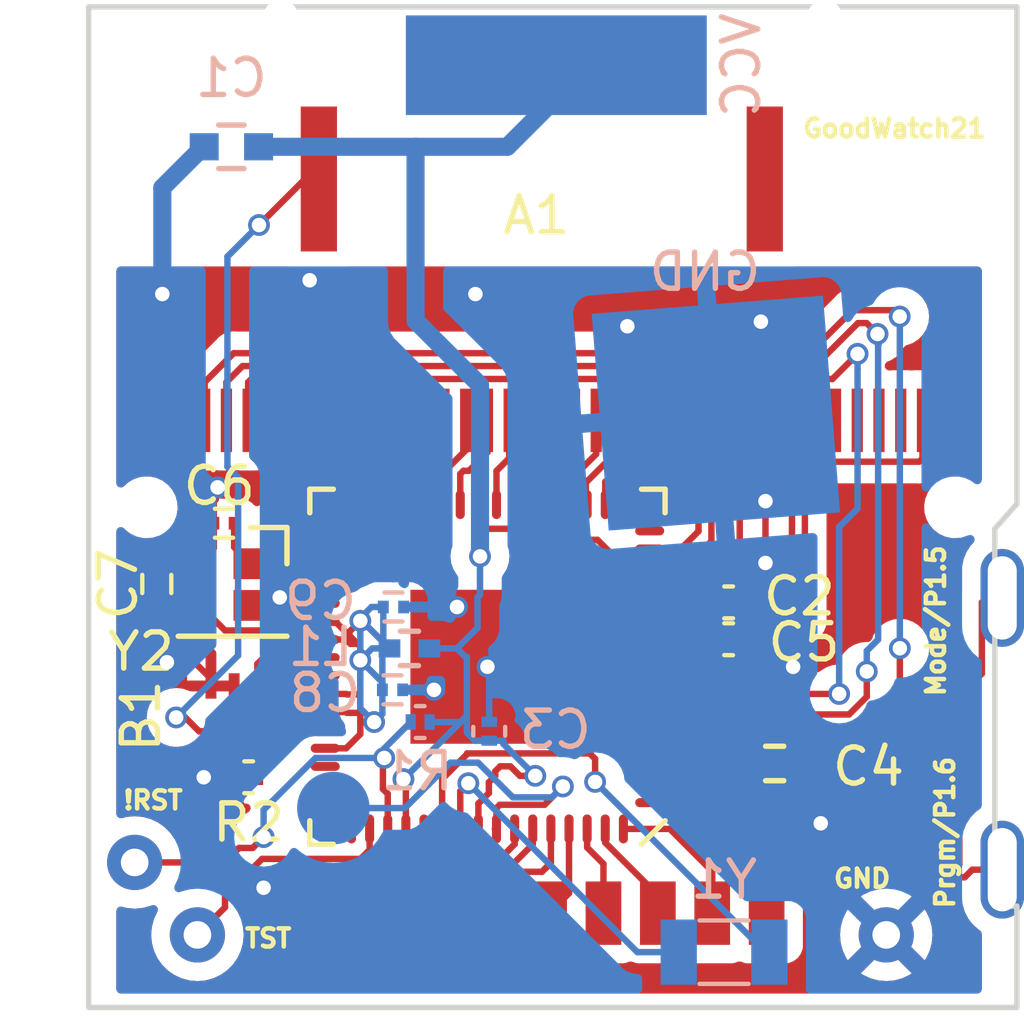
<source format=kicad_pcb>
(kicad_pcb (version 20221018) (generator pcbnew)
  (layers (0 "F.Cu" signal) (31 "B.Cu" signal) (34 "B.Paste" user) (35 "F.Paste" user) (36 "B.SilkS" user "B.Silkscreen") (37 "F.SilkS" user "F.Silkscreen") (38 "B.Mask" user) (39 "F.Mask" user) (44 "Edge.Cuts" user))
  (net 0 "")
  (net 1 "Net-(LCD1-Pad1)")
  (net 2 "Net-(LCD1-Pad5)")
  (net 3 "Net-(LCD1-Pad6)")
  (net 4 "Net-(LCD1-Pad7)")
  (net 5 "Net-(LCD1-Pad8)")
  (net 6 "Net-(LCD1-Pad9)")
  (net 7 "Net-(LCD1-Pad10)")
  (net 8 "Net-(LCD1-Pad11)")
  (net 9 "Net-(LCD1-Pad12)")
  (net 10 "Net-(LCD1-Pad13)")
  (net 11 "Net-(LCD1-Pad14)")
  (net 12 "Net-(LCD1-Pad15)")
  (net 13 "Net-(LCD1-Pad16)")
  (net 14 "Net-(LCD1-Pad17)")
  (net 15 "Net-(LCD1-Pad18)")
  (net 16 "Net-(LCD1-Pad19)")
  (net 17 "Net-(LCD1-Pad20)")
  (net 18 "Net-(LCD1-Pad21)")
  (net 19 "Net-(LCD1-Pad22)")
  (net 20 "Net-(LCD1-Pad23)")
  (net 21 "Net-(LCD1-Pad24)")
  (net 22 "Net-(LCD1-Pad25)")
  (net 23 "Net-(LCD1-Pad26)")
  (net 24 "Net-(LCD1-Pad27)")
  (net 25 "Net-(LCD1-Pad28)")
  (net 26 "Net-(LCD1-Pad29)")
  (net 27 "Net-(LCD1-Pad30)")
  (net 28 "Net-(LCD1-Pad31)")
  (net 29 "Net-(LCD1-Pad32)")
  (net 30 "Net-(LCD1-Pad33)")
  (net 31 "Net-(LCD1-Pad34)")
  (net 32 "Net-(BRD1-Pad4)")
  (net 33 "Net-(BRD1-Pad3)")
  (net 34 "Net-(KPD1-Pad1)")
  (net 35 "Net-(KPD1-Pad2)")
  (net 36 "Net-(KPD1-Pad3)")
  (net 37 "Net-(KPD1-Pad4)")
  (net 38 "Net-(KPD1-Pad5)")
  (net 39 "Net-(KPD1-Pad6)")
  (net 40 "Net-(KPD1-Pad7)")
  (net 41 "Net-(KPD1-Pad8)")
  (net 42 "Net-(KPD1-Pad9)")
  (net 43 "GND")
  (net 44 "VCC")
  (net 45 "Net-(U1-Pad46)")
  (net 46 "Net-(U1-Pad47)")
  (net 47 "Net-(U1-Pad48)")
  (net 48 "Net-(U1-Pad49)")
  (net 49 "Net-(U1-Pad54)")
  (net 50 "Net-(U1-Pad55)")
  (net 51 "/TST")
  (net 52 "/!RST")
  (net 53 "/COM0")
  (net 54 "/COM1")
  (net 55 "/COM2")
  (net 56 "/VCORE")
  (net 57 "Net-(LCD1-Pad35)")
  (net 58 "/LCDCAP")
  (net 59 "/RF_P")
  (net 60 "/RF_N")
  (net 61 "Net-(A1-Pad1)")
  (net 62 "Net-(R2-Pad1)")
  (net 63 "/RF_XIN")
  (net 64 "/RF_XOUT")
  (net 65 "/RFVCC")
  (net 66 "/BUZZ")
  (footprint "AAgoodwatch21:ca53lcd" (layer "F.Cu") (at 99 70.2)
    (fp_text reference "LCD1" hide)
    (fp_text value "CA53LCD" hide)
  )
  (footprint "Capacitors_SMD:C_0402" (layer "F.Cu") (at 115.523 79.669)
    (fp_text reference "C4")
    (fp_text value "10uF")
  )
  (footprint "GoodWatch20:ca53board" (layer "F.Cu") (at 96.6 86.4)
    (fp_text reference "BRD1" hide)
    (fp_text value "CA53BOARD" hide)
  )
  (footprint "GoodWatch20:YageoS432" (layer "F.Cu") (at 102.95 63.54)
    (fp_text reference "A1")
    (fp_text value "YageoS432")
  )
  (footprint "GoodWatch20:FA128" (layer "F.Cu") (at 101.0704 74.1572 180)
    (fp_text reference "Y2")
    (fp_text value "FA128")
  )
  (footprint "Resistors_SMD:R_0201" (layer "F.Cu") (at 114.253 75.224)
    (fp_text reference "C2")
    (fp_text value "0.1uF")
  )
  (footprint "Resistors_SMD:R_0201" (layer "F.Cu") (at 114.253 76.24)
    (fp_text reference "C5")
    (fp_text value "0.47uF")
  )
  (footprint "Resistors_SMD:R_0201" (layer "F.Cu") (at 101.0136 80.05 180)
    (fp_text reference "R2")
    (fp_text value "56k")
  )
  (footprint "Capacitors_SMD:C_0201" (layer "F.Cu") (at 100.3332 73.0396 180)
    (fp_text reference "C6")
    (fp_text value "19pF")
  )
  (footprint "Capacitors_SMD:C_0201" (layer "F.Cu") (at 98.4796 74.716 90)
    (fp_text reference "C7")
    (fp_text value "19pF")
  )
  (footprint "GoodWatch20:0433bm15a0001" (layer "F.Cu") (at 100.6132 78.78 180)
    (fp_text reference "B1")
    (fp_text value "0433bm15a0001")
  )
  (footprint "GoodWatch20:ca53keypad" (layer "F.Cu") (at 102.8 83.8)
    (fp_text reference "KPD1" hide)
    (fp_text value "CA53KEYPAD" hide)
  )
  (footprint "GoodWatch20:CC430F613x" (layer "F.Cu") (at 107.6 77 180)
    (fp_text reference "U1" hide)
    (fp_text value "CC430F613x" hide)
  )
  (footprint "Crystals:Crystal_SMD_3215-2pin_3.2x1.5mm" (layer "B.Cu") (at 114.126 84.876 180)
    (fp_text reference "Y1")
    (fp_text value "32.768kHz")
  )
  (footprint "Capacitors_SMD:C_0603" (layer "B.Cu") (at 100.537 62.651 180)
    (fp_text reference "C1")
    (fp_text value "47uF")
  )
  (footprint "Resistors_SMD:R_0201" (layer "B.Cu") (at 107.649 78.78 90)
    (fp_text reference "C3")
    (fp_text value "0.1uF")
  )
  (footprint "Resistors_SMD:R_0201" (layer "B.Cu") (at 105.744 78.526 180)
    (fp_text reference "R1")
    (fp_text value "75k")
  )
  (footprint "Capacitors_SMD:C_0201" (layer "B.Cu") (at 104.982 77.637)
    (fp_text reference "C8")
    (fp_text value "0.1uF")
  )
  (footprint "Capacitors_SMD:C_0201" (layer "B.Cu") (at 105.008 75.351)
    (fp_text reference "C9")
    (fp_text value "0.1uF")
  )
  (footprint "Inductors_SMD:L_0402" (layer "B.Cu") (at 105.448 76.494)
    (fp_text reference "L1")
    (fp_text value "L_Small")
  )
  (gr_line (start 122.2032 58.7902) (end 96.6 58.7902) (stroke (width 0.15)) (layer "Edge.Cuts"))
  (gr_line (start 96.6 58.7902) (end 96.6 86.4) (stroke (width 0.15)) (layer "Edge.Cuts"))
  (gr_line (start 122.2032 72.5062) (end 122.2032 58.7902) (stroke (width 0.15)) (layer "Edge.Cuts"))
  (gr_line (start 122.2032 86.4) (end 122.2032 83.606) (stroke (width 0.15)) (layer "Edge.Cuts"))
  (gr_line (start 121.5936 73.192) (end 122.2032 72.5062) (stroke (width 0.15)) (layer "Edge.Cuts"))
  (gr_line (start 96.6 86.4) (end 122.2032 86.4) (stroke (width 0.15)) (layer "Edge.Cuts"))
  (gr_line (start 122.2032 83.606) (end 121.5936 83.606) (stroke (width 0.15)) (layer "Edge.Cuts"))
  (gr_line (start 121.5936 83.606) (end 121.5936 73.192) (stroke (width 0.15)) (layer "Edge.Cuts"))
  (gr_text "Mode/P1.5" (at 119.968 75.732 90) (layer "F.SilkS") (effects (font (size 0.5 0.5) (thickness 0.125))))
  (gr_text "GoodWatch21" (at 118.825 62.143) (layer "F.SilkS") (effects (font (size 0.5 0.5) (thickness 0.125))))
  (gr_text "TST" (at 101.553 84.495) (layer "F.SilkS") (effects (font (size 0.5 0.5) (thickness 0.125))))
  (gr_text "!RST" (at 98.378 80.685) (layer "F.SilkS") (effects (font (size 0.5 0.5) (thickness 0.125))))
  (gr_text "GND" (at 117.936 82.844) (layer "F.SilkS") (effects (font (size 0.5 0.5) (thickness 0.125))))
  (gr_text "Prgm/P1.6" (at 120.222 81.574 90) (layer "F.SilkS") (effects (font (size 0.5 0.5) (thickness 0.125))))
  (segment (start 101.95939 72.536702) (end 101.95939 73.665098) (width 0.1778) (layer "F.Cu") (net 3))
  (segment (start 102.2 70.2) (end 102.2 72.296092) (width 0.1778) (layer "F.Cu") (net 3))
  (segment (start 102.2 72.296092) (end 101.95939 72.536702) (width 0.1778) (layer "F.Cu") (net 3))
  (segment (start 102.544292 74.25) (end 103.125 74.25) (width 0.1778) (layer "F.Cu") (net 3))
  (segment (start 101.95939 73.665098) (end 102.544292 74.25) (width 0.1778) (layer "F.Cu") (net 3))
  (segment (start 102.315 73.5178) (end 102.5472 73.75) (width 0.1778) (layer "F.Cu") (net 4))
  (segment (start 102.315 72.684) (end 102.315 73.5178) (width 0.1778) (layer "F.Cu") (net 4))
  (segment (start 102.5472 73.75) (end 103.125 73.75) (width 0.1778) (layer "F.Cu") (net 4))
  (segment (start 102.8 72.199) (end 102.315 72.684) (width 0.1778) (layer "F.Cu") (net 4))
  (segment (start 102.8 70.2) (end 102.8 72.199) (width 0.1778) (layer "F.Cu") (net 4))
  (segment (start 103.4 70.2) (end 103.4 72.975) (width 0.1778) (layer "F.Cu") (net 5))
  (segment (start 103.4 72.975) (end 103.125 73.25) (width 0.1778) (layer "F.Cu") (net 5))
  (segment (start 104 71.507) (end 103.85 71.657) (width 0.1778) (layer "F.Cu") (net 6))
  (segment (start 103.85 71.657) (end 103.85 72.525) (width 0.1778) (layer "F.Cu") (net 6))
  (segment (start 104 70.2) (end 104 71.507) (width 0.1778) (layer "F.Cu") (net 6))
  (segment (start 104.6 71.415) (end 104.35 71.665) (width 0.1778) (layer "F.Cu") (net 7))
  (segment (start 104.35 71.665) (end 104.35 72.525) (width 0.1778) (layer "F.Cu") (net 7))
  (segment (start 104.6 70.2) (end 104.6 71.415) (width 0.1778) (layer "F.Cu") (net 7))
  (segment (start 105.2 71.317898) (end 104.85 71.667898) (width 0.1778) (layer "F.Cu") (net 8))
  (segment (start 104.85 71.667898) (end 104.85 72.525) (width 0.1778) (layer "F.Cu") (net 8))
  (segment (start 105.2 70.2) (end 105.2 71.317898) (width 0.1778) (layer "F.Cu") (net 8))
  (segment (start 105.8 71.220796) (end 105.35 71.670796) (width 0.1778) (layer "F.Cu") (net 9))
  (segment (start 105.35 71.670796) (end 105.35 72.525) (width 0.1778) (layer "F.Cu") (net 9))
  (segment (start 105.8 70.2) (end 105.8 71.220796) (width 0.1778) (layer "F.Cu") (net 9))
  (segment (start 106.4 71.123694) (end 105.85 71.673694) (width 0.1778) (layer "F.Cu") (net 10))
  (segment (start 105.85 71.673694) (end 105.85 72.525) (width 0.1778) (layer "F.Cu") (net 10))
  (segment (start 106.4 70.2) (end 106.4 71.123694) (width 0.1778) (layer "F.Cu") (net 10))
  (segment (start 107 71.026592) (end 106.35 71.676592) (width 0.1778) (layer "F.Cu") (net 11))
  (segment (start 106.35 71.676592) (end 106.35 72.525) (width 0.1778) (layer "F.Cu") (net 11))
  (segment (start 107 70.2) (end 107 71.026592) (width 0.1778) (layer "F.Cu") (net 11))
  (segment (start 107.6 71.082) (end 107.090255 71.591745) (width 0.1778) (layer "F.Cu") (net 12))
  (segment (start 107.090255 71.591745) (end 106.937745 71.591745) (width 0.1778) (layer "F.Cu") (net 12))
  (segment (start 106.937745 71.591745) (end 106.85 71.67949) (width 0.1778) (layer "F.Cu") (net 12))
  (segment (start 106.85 71.67949) (end 106.85 72.525) (width 0.1778) (layer "F.Cu") (net 12))
  (segment (start 107.6 70.2) (end 107.6 71.082) (width 0.1778) (layer "F.Cu") (net 12))
  (segment (start 108.2 71.244) (end 107.85 71.594) (width 0.1778) (layer "F.Cu") (net 13))
  (segment (start 107.85 71.594) (end 107.85 72.525) (width 0.1778) (layer "F.Cu") (net 13))
  (segment (start 108.2 70.2) (end 108.2 71.244) (width 0.1778) (layer "F.Cu") (net 13))
  (segment (start 108.8 71.152) (end 108.35 71.602) (width 0.1778) (layer "F.Cu") (net 14))
  (segment (start 108.35 71.602) (end 108.35 72.525) (width 0.1778) (layer "F.Cu") (net 14))
  (segment (start 108.8 70.2) (end 108.8 71.152) (width 0.1778) (layer "F.Cu") (net 14))
  (segment (start 109.4 71.06) (end 108.85 71.61) (width 0.1778) (layer "F.Cu") (net 15))
  (segment (start 108.85 71.61) (end 108.85 72.525) (width 0.1778) (layer "F.Cu") (net 15))
  (segment (start 109.4 70.2) (end 109.4 71.06) (width 0.1778) (layer "F.Cu") (net 15))
  (segment (start 110 71.095) (end 109.35 71.745) (width 0.1778) (layer "F.Cu") (net 16))
  (segment (start 109.35 71.745) (end 109.35 72.525) (width 0.1778) (layer "F.Cu") (net 16))
  (segment (start 110 70.2) (end 110 71.095) (width 0.1778) (layer "F.Cu") (net 16))
  (segment (start 110.6 71.13) (end 109.808 71.922) (width 0.1778) (layer "F.Cu") (net 17))
  (segment (start 109.808 71.922) (end 109.808 72.483) (width 0.1778) (layer "F.Cu") (net 17))
  (segment (start 109.808 72.483) (end 109.85 72.525) (width 0.1778) (layer "F.Cu") (net 17))
  (segment (start 110.6 70.2) (end 110.6 71.13) (width 0.1778) (layer "F.Cu") (net 17))
  (segment (start 111.2 71.032898) (end 110.951 71.281898) (width 0.1778) (layer "F.Cu") (net 18))
  (segment (start 110.951 71.281898) (end 110.313449 71.919449) (width 0.1778) (layer "F.Cu") (net 18))
  (segment (start 110.313449 71.919449) (end 110.313449 72.488449) (width 0.1778) (layer "F.Cu") (net 18))
  (segment (start 110.313449 72.488449) (end 110.35 72.525) (width 0.1778) (layer "F.Cu") (net 18))
  (segment (start 111.2 70.2) (end 111.2 71.032898) (width 0.1778) (layer "F.Cu") (net 18))
  (segment (start 111.8 71.073) (end 111.400602 71.472398) (width 0.1778) (layer "F.Cu") (net 19))
  (segment (start 111.400602 71.472398) (end 111.273602 71.472398) (width 0.1778) (layer "F.Cu") (net 19))
  (segment (start 111.273602 71.472398) (end 110.85 71.896) (width 0.1778) (layer "F.Cu") (net 19))
  (segment (start 110.85 71.896) (end 110.85 72.525) (width 0.1778) (layer "F.Cu") (net 19))
  (segment (start 111.8 70.2) (end 111.8 71.073) (width 0.1778) (layer "F.Cu") (net 19))
  (segment (start 112.4 71.108) (end 111.35 72.158) (width 0.1778) (layer "F.Cu") (net 20))
  (segment (start 111.35 72.158) (end 111.35 72.525) (width 0.1778) (layer "F.Cu") (net 20))
  (segment (start 112.4 70.2) (end 112.4 71.108) (width 0.1778) (layer "F.Cu") (net 20))
  (segment (start 113 70.2) (end 113 71.2528) (width 0.1778) (layer "F.Cu") (net 21))
  (segment (start 113 71.2528) (end 112.075 72.1778) (width 0.1778) (layer "F.Cu") (net 21))
  (segment (start 112.075 72.1778) (end 112.075 73.25) (width 0.1778) (layer "F.Cu") (net 21))
  (segment (start 113.6 71.2528) (end 113.421701 71.431099) (width 0.1778) (layer "F.Cu") (net 22))
  (segment (start 113.6 70.2) (end 113.6 71.2528) (width 0.1778) (layer "F.Cu") (net 22))
  (segment (start 113.421701 73.261299) (end 112.933 73.75) (width 0.1778) (layer "F.Cu") (net 22))
  (segment (start 113.6 70.2) (end 113.6 70.67) (width 0.1778) (layer "F.Cu") (net 22))
  (segment (start 113.421701 71.431099) (end 113.421701 73.261299) (width 0.1778) (layer "F.Cu") (net 22))
  (segment (start 112.933 73.75) (end 112.075 73.75) (width 0.1778) (layer "F.Cu") (net 22))
  (segment (start 114.2 70.2) (end 114.2 71.2528) (width 0.1778) (layer "F.Cu") (net 23))
  (segment (start 113.777311 71.675489) (end 113.777311 73.540689) (width 0.1778) (layer "F.Cu") (net 23))
  (segment (start 113.777311 73.540689) (end 113.068 74.25) (width 0.1778) (layer "F.Cu") (net 23))
  (segment (start 113.068 74.25) (end 112.075 74.25) (width 0.1778) (layer "F.Cu") (net 23))
  (segment (start 114.2 71.2528) (end 113.777311 71.675489) (width 0.1778) (layer "F.Cu") (net 23))
  (segment (start 114.8 70.2) (end 114.8 71.248) (width 0.1778) (layer "F.Cu") (net 24))
  (segment (start 113.070908 74.75) (end 112.075 74.75) (width 0.1778) (layer "F.Cu") (net 24))
  (segment (start 114.132921 71.915079) (end 114.13292 73.687988) (width 0.1778) (layer "F.Cu") (net 24))
  (segment (start 114.13292 73.687988) (end 113.070908 74.75) (width 0.1778) (layer "F.Cu") (net 24))
  (segment (start 114.8 71.248) (end 114.132921 71.915079) (width 0.1778) (layer "F.Cu") (net 24))
  (segment (start 115.257502 71.395298) (end 115.4 71.2528) (width 0.1778) (layer "F.Cu") (net 25))
  (segment (start 115.4 71.2528) (end 115.4 70.2) (width 0.1778) (layer "F.Cu") (net 25))
  (segment (start 112.075 75.25) (end 113.073816 75.25) (width 0.1778) (layer "F.Cu") (net 25))
  (segment (start 115.15561 71.395298) (end 115.257502 71.395298) (width 0.1778) (layer "F.Cu") (net 25))
  (segment (start 113.073816 75.25) (end 114.558719 73.765097) (width 0.1778) (layer "F.Cu") (net 25))
  (segment (start 114.558719 73.765097) (end 114.558719 71.992189) (width 0.1778) (layer "F.Cu") (net 25))
  (segment (start 114.558719 71.992189) (end 115.15561 71.395298) (width 0.1778) (layer "F.Cu") (net 25))
  (segment (start 116 75.578062) (end 116 71.2528) (width 0.1778) (layer "F.Cu") (net 26))
  (segment (start 116 71.2528) (end 116 70.2) (width 0.1778) (layer "F.Cu") (net 26))
  (segment (start 112.075 76.75) (end 114.828062 76.75) (width 0.1778) (layer "F.Cu") (net 26))
  (segment (start 114.828062 76.75) (end 116 75.578062) (width 0.1778) (layer "F.Cu") (net 26))
  (segment (start 121.8 81.85) (end 121.8 82.6) (width 0.1778) (layer "F.Cu") (net 32))
  (segment (start 116.158 82.810438) (end 120.763562 82.810438) (width 0.1778) (layer "F.Cu") (net 32))
  (segment (start 112.075 80.25) (end 113.597562 80.25) (width 0.1778) (layer "F.Cu") (net 32))
  (segment (start 120.763562 82.810438) (end 120.974 82.6) (width 0.1778) (layer "F.Cu") (net 32))
  (segment (start 120.974 82.6) (end 121.8 82.6) (width 0.1778) (layer "F.Cu") (net 32))
  (segment (start 113.597562 80.25) (end 116.158 82.810438) (width 0.1778) (layer "F.Cu") (net 32))
  (segment (start 120.616264 82.454828) (end 120.616264 77.811536) (width 0.1778) (layer "F.Cu") (net 33))
  (segment (start 113.60047 79.75) (end 116.305298 82.454828) (width 0.1778) (layer "F.Cu") (net 33))
  (segment (start 116.305298 82.454828) (end 120.616264 82.454828) (width 0.1778) (layer "F.Cu") (net 33))
  (segment (start 112.075 79.75) (end 113.60047 79.75) (width 0.1778) (layer "F.Cu") (net 33))
  (segment (start 120.616264 77.811536) (end 121.238 77.1898) (width 0.1778) (layer "F.Cu") (net 33))
  (segment (start 121.676 75.224) (end 121.8 75.1) (width 0.1778) (layer "F.Cu") (net 33))
  (segment (start 121.238 75.224) (end 121.676 75.224) (width 0.1778) (layer "F.Cu") (net 33))
  (segment (start 121.238 77.1898) (end 121.238 75.224) (width 0.1778) (layer "F.Cu") (net 33))
  (segment (start 105.559201 82.658299) (end 106.556293 82.658299) (width 0.1778) (layer "F.Cu") (net 35))
  (segment (start 108.35 81.475) (end 108.35 81.803961) (width 0.1778) (layer "F.Cu") (net 35))
  (segment (start 108.35 81.896622) (end 108.35 81.475) (width 0.1778) (layer "F.Cu") (net 35))
  (segment (start 107.943933 82.302689) (end 108.35 81.896622) (width 0.1778) (layer "F.Cu") (net 35))
  (segment (start 104.8 83.4175) (end 105.559201 82.658299) (width 0.1778) (layer "F.Cu") (net 35))
  (segment (start 106.911903 82.302689) (end 107.943933 82.302689) (width 0.1778) (layer "F.Cu") (net 35))
  (segment (start 104.8 83.8) (end 104.8 83.4175) (width 0.1778) (layer "F.Cu") (net 35))
  (segment (start 106.556293 82.658299) (end 106.911903 82.302689) (width 0.1778) (layer "F.Cu") (net 35))
  (segment (start 104.8 84.1825) (end 104.8 83.8) (width 0.1778) (layer "F.Cu") (net 35))
  (segment (start 106.3 83.4175) (end 106.3 83.8) (width 0.1778) (layer "F.Cu") (net 36))
  (segment (start 108.85 81.475) (end 108.85 81.89953) (width 0.1778) (layer "F.Cu") (net 36))
  (segment (start 108.091231 82.658299) (end 107.059201 82.658299) (width 0.1778) (layer "F.Cu") (net 36))
  (segment (start 107.059201 82.658299) (end 106.3 83.4175) (width 0.1778) (layer "F.Cu") (net 36))
  (segment (start 108.85 81.89953) (end 108.091231 82.658299) (width 0.1778) (layer "F.Cu") (net 36))
  (segment (start 109.104701 82.658299) (end 109.2492 82.5138) (width 0.1778) (layer "F.Cu") (net 37))
  (segment (start 108.4703 83.8) (end 108.538 83.7323) (width 0.1778) (layer "F.Cu") (net 37))
  (segment (start 109.2492 82.5138) (end 109.173 82.59) (width 0.1778) (layer "F.Cu") (net 37))
  (segment (start 109.35 81.475) (end 109.35 82.413) (width 0.1778) (layer "F.Cu") (net 37))
  (segment (start 109.35 82.413) (end 109.2492 82.5138) (width 0.1778) (layer "F.Cu") (net 37))
  (segment (start 108.538 82.714438) (end 108.594139 82.658299) (width 0.1778) (layer "F.Cu") (net 37))
  (segment (start 108.538 83.7323) (end 108.538 82.714438) (width 0.1778) (layer "F.Cu") (net 37))
  (segment (start 108.594139 82.658299) (end 109.104701 82.658299) (width 0.1778) (layer "F.Cu") (net 37))
  (segment (start 107.8 83.8) (end 108.4703 83.8) (width 0.1778) (layer "F.Cu") (net 37))
  (segment (start 109.35 83.75) (end 109.3 83.8) (width 0.1778) (layer "F.Cu") (net 38))
  (segment (start 109.85 83.25) (end 109.3 83.8) (width 0.1778) (layer "F.Cu") (net 38))
  (segment (start 109.3 83.8) (end 109.3 83.098) (width 0.1778) (layer "F.Cu") (net 38))
  (segment (start 109.85 81.475) (end 109.85 83.25) (width 0.1778) (layer "F.Cu") (net 38))
  (segment (start 110.8 82.439) (end 110.35 81.989) (width 0.1778) (layer "F.Cu") (net 39))
  (segment (start 110.35 81.989) (end 110.35 81.475) (width 0.1778) (layer "F.Cu") (net 39))
  (segment (start 110.8 83.8) (end 110.8 82.439) (width 0.1778) (layer "F.Cu") (net 39))
  (segment (start 110.85 81.854) (end 112.3 83.304) (width 0.1778) (layer "F.Cu") (net 40))
  (segment (start 112.3 83.304) (end 112.3 83.8) (width 0.1778) (layer "F.Cu") (net 40))
  (segment (start 110.85 81.475) (end 110.85 81.854) (width 0.1778) (layer "F.Cu") (net 40))
  (segment (start 112.63 81.475) (end 113.8 82.645) (width 0.1778) (layer "F.Cu") (net 41))
  (segment (start 113.8 82.645) (end 113.8 83.8) (width 0.1778) (layer "F.Cu") (net 41))
  (segment (start 111.35 81.475) (end 112.63 81.475) (width 0.1778) (layer "F.Cu") (net 41))
  (segment (start 113.429 80.75) (end 115.3 82.621) (width 0.1778) (layer "F.Cu") (net 42))
  (segment (start 115.3 82.621) (end 115.3 83.8) (width 0.1778) (layer "F.Cu") (net 42))
  (segment (start 112.075 80.75) (end 113.429 80.75) (width 0.1778) (layer "F.Cu") (net 42))
  (segment (start 100.6132 79.9096) (end 100.7536 80.05) (width 0.1778) (layer "F.Cu") (net 43))
  (segment (start 98.759 76.875) (end 99.14 76.875) (width 0.1778) (layer "F.Cu") (net 43))
  (segment (start 100.0532 73.7244) (end 99.6204 74.1572) (width 0.1778) (layer "F.Cu") (net 43))
  (segment (start 107.6 78.109792) (end 107.6 77) (width 0.1778) (layer "F.Cu") (net 43))
  (segment (start 98.1268 74.436) (end 98.1008 74.462) (width 0.1778) (layer "F.Cu") (net 43))
  (segment (start 106.887 66.334) (end 107.268 66.715) (width 0.1778) (layer "F.Cu") (net 43))
  (segment (start 100.0532 73.0396) (end 100.0532 72.1518) (width 0.1778) (layer "F.Cu") (net 43))
  (segment (start 110.57 66.715) (end 111.459 67.604) (width 0.1778) (layer "F.Cu") (net 43))
  (segment (start 97.743 74.462) (end 97.743 75.859) (width 0.1778) (layer "F.Cu") (net 43))
  (segment (start 100.0532 72.1518) (end 100.156 72.049) (width 0.1778) (layer "F.Cu") (net 43))
  (segment (start 98.4796 74.436) (end 98.5046 74.436) (width 0.1778) (layer "F.Cu") (net 43))
  (segment (start 102.315 66.715) (end 102.696 66.334) (width 0.1778) (layer "F.Cu") (net 43))
  (segment (start 105.85 82.0528) (end 105.6938 82.209) (width 0.1778) (layer "F.Cu") (net 43))
  (segment (start 116.073 80.6) (end 116.793 81.32) (width 0.1778) (layer "F.Cu") (net 43))
  (segment (start 116.073 79.669) (end 116.073 80.6) (width 0.1778) (layer "F.Cu") (net 43))
  (segment (start 100.0532 73.0396) (end 100.0532 73.7244) (width 0.1778) (layer "F.Cu") (net 43))
  (segment (start 114.533 75.224) (end 114.533 74.8712) (width 0.1778) (layer "F.Cu") (net 43))
  (segment (start 99.9732 77.33) (end 99.5182 76.875) (width 0.1778) (layer "F.Cu") (net 43))
  (segment (start 101.0704 75.3072) (end 101.649026 75.3072) (width 0.1778) (layer "F.Cu") (net 43))
  (segment (start 115.269 74.1352) (end 115.269 72.854264) (width 0.1778) (layer "F.Cu") (net 43))
  (segment (start 99.3416 74.436) (end 99.6204 74.1572) (width 0.1778) (layer "F.Cu") (net 43))
  (segment (start 98.4796 74.436) (end 99.3416 74.436) (width 0.1778) (layer "F.Cu") (net 43))
  (segment (start 102.696 66.334) (end 106.887 66.334) (width 0.1778) (layer "F.Cu") (net 43))
  (segment (start 100.6132 78.78) (end 100.6132 79.9096) (width 0.1778) (layer "F.Cu") (net 43))
  (segment (start 98.1008 74.462) (end 97.743 74.462) (width 0.1778) (layer "F.Cu") (net 43))
  (segment (start 116.073 77.044) (end 116.031 77.002) (width 0.1778) (layer "F.Cu") (net 43))
  (segment (start 107.268 66.715) (end 110.57 66.715) (width 0.1778) (layer "F.Cu") (net 43))
  (segment (start 114.533 74.8712) (end 115.269 74.1352) (width 0.1778) (layer "F.Cu") (net 43))
  (segment (start 99.9732 77.53) (end 100.6132 77.53) (width 0.1778) (layer "F.Cu") (net 43))
  (segment (start 101.649026 75.3072) (end 101.870519 75.085707) (width 0.1778) (layer "F.Cu") (net 43))
  (segment (start 99.775 80.05) (end 100.7536 80.05) (width 0.1778) (layer "F.Cu") (net 43))
  (segment (start 104.696708 82.209) (end 104.247409 82.658299) (width 0.1778) (layer "F.Cu") (net 43))
  (segment (start 101.865701 82.658299) (end 101.426 83.098) (width 0.1778) (layer "F.Cu") (net 43))
  (segment (start 98.4796 74.436) (end 98.1268 74.436) (width 0.1778) (layer "F.Cu") (net 43))
  (segment (start 105.85 81.475) (end 105.85 82.0528) (width 0.1778) (layer "F.Cu") (net 43))
  (segment (start 100.6132 78.78) (end 100.6132 77.53) (width 0.1778) (layer "F.Cu") (net 43))
  (segment (start 104.247409 82.658299) (end 101.865701 82.658299) (width 0.1778) (layer "F.Cu") (net 43))
  (segment (start 97.743 75.859) (end 98.759 76.875) (width 0.1778) (layer "F.Cu") (net 43))
  (segment (start 107.6 78.326092) (end 107.6 77) (width 0.1778) (layer "F.Cu") (net 43))
  (segment (start 105.6938 82.209) (end 104.696708 82.209) (width 0.1778) (layer "F.Cu") (net 43))
  (segment (start 99.9732 77.53) (end 99.9732 77.33) (width 0.1778) (layer "F.Cu") (net 43))
  (segment (start 99.5182 76.875) (end 99.14 76.875) (width 0.1778) (layer "F.Cu") (net 43))
  (segment (start 114.533 76.24) (end 114.533 75.224) (width 0.1778) (layer "F.Cu") (net 43))
  (segment (start 115.269 72.854264) (end 115.269 72.43) (width 0.1778) (layer "F.Cu") (net 43))
  (segment (start 98.632 66.715) (end 102.315 66.715) (width 0.1778) (layer "F.Cu") (net 43))
  (via (at 98.632 66.715) (size 0.6) (drill 0.4) (layers "F.Cu" "B.Cu") (net 43))
  (via (at 101.426 83.098) (size 0.6) (drill 0.4) (layers "F.Cu" "B.Cu") (net 43))
  (via (at 102.696 66.334) (size 0.6) (drill 0.4) (layers "F.Cu" "B.Cu") (net 43))
  (via (at 107.268 66.715) (size 0.6) (drill 0.4) (layers "F.Cu" "B.Cu") (net 43))
  (via (at 116.793 81.32) (size 0.6) (drill 0.4) (layers "F.Cu" "B.Cu") (net 43))
  (via (at 115.269 72.43) (size 0.6) (drill 0.4) (layers "F.Cu" "B.Cu") (net 43))
  (via (at 99.775 80.05) (size 0.6) (drill 0.4) (layers "F.Cu" "B.Cu") (net 43))
  (via (at 106.125 77.637) (size 0.6) (drill 0.4) (layers "F.Cu" "B.Cu") (net 43))
  (via (at 107.6 77) (size 0.6) (drill 0.4) (layers "F.Cu" "B.Cu") (net 43))
  (via (at 116.031 77.002) (size 0.6) (drill 0.4) (layers "F.Cu" "B.Cu") (net 43))
  (via (at 115.269 74.1352) (size 0.6) (drill 0.4) (layers "F.Cu" "B.Cu") (net 43))
  (via (at 115.142 67.477) (size 0.6) (drill 0.4) (layers "F.Cu" "B.Cu") (net 43))
  (via (at 101.870519 75.085707) (size 0.6) (drill 0.4) (layers "F.Cu" "B.Cu") (net 43))
  (via (at 100.156 72.049) (size 0.6) (drill 0.4) (layers "F.Cu" "B.Cu") (net 43))
  (via (at 111.459 67.604) (size 0.6) (drill 0.4) (layers "F.Cu" "B.Cu") (net 43))
  (via (at 106.76 75.351) (size 0.6) (drill 0.4) (layers "F.Cu" "B.Cu") (net 43))
  (via (at 98.759 76.875) (size 0.6) (drill 0.4) (layers "F.Cu" "B.Cu") (net 43))
  (segment (start 114.844736 72.43) (end 115.269 72.43) (width 0.1778) (layer "B.Cu") (net 43))
  (segment (start 105.262 77.637) (end 106.125 77.637) (width 0.1778) (layer "B.Cu") (net 43))
  (segment (start 106.379 75.351) (end 106.76 75.351) (width 0.1778) (layer "B.Cu") (net 43))
  (segment (start 99.812 62.651) (end 99.787 62.651) (width 0.1778) (layer "B.Cu") (net 43))
  (segment (start 107.649 78.52) (end 107.649 77.049) (width 0.1778) (layer "B.Cu") (net 43))
  (segment (start 98.632 66.715) (end 98.632 70.525) (width 0.1778) (layer "B.Cu") (net 43))
  (segment (start 115.269 74.208) (end 115.269 74.1352) (width 0.1778) (layer "B.Cu") (net 43))
  (segment (start 101.426 83.098) (end 99.775 81.447) (width 0.1778) (layer "B.Cu") (net 43))
  (segment (start 101.870519 77.954481) (end 99.775 80.05) (width 0.1778) (layer "B.Cu") (net 43))
  (segment (start 98.632 66.715) (end 98.632 63.781) (width 0.5) (layer "B.Cu") (net 43))
  (segment (start 105.288 75.351) (end 106.379 75.351) (width 0.1778) (layer "B.Cu") (net 43))
  (segment (start 99.775 81.447) (end 99.775 80.05) (width 0.1778) (layer "B.Cu") (net 43))
  (segment (start 116.031 77.002) (end 116.031 74.8972) (width 0.1778) (layer "B.Cu") (net 43))
  (segment (start 107.649 77.049) (end 107.6 77) (width 0.1778) (layer "B.Cu") (net 43))
  (segment (start 98.632 63.781) (end 99.762 62.651) (width 0.5) (layer "B.Cu") (net 43))
  (segment (start 101.870519 75.085707) (end 101.870519 77.954481) (width 0.1778) (layer "B.Cu") (net 43))
  (segment (start 116.031 74.8972) (end 115.269 74.1352) (width 0.1778) (layer "B.Cu") (net 43))
  (segment (start 98.632 70.525) (end 100.156 72.049) (width 0.1778) (layer "B.Cu") (net 43))
  (segment (start 113.237 69.337) (end 113.9 70) (width 0.1778) (layer "B.Cu") (net 43))
  (segment (start 99.762 62.651) (end 99.787 62.651) (width 0.1778) (layer "B.Cu") (net 43))
  (segment (start 107.35 73.909) (end 107.395 73.954) (width 0.1778) (layer "F.Cu") (net 44))
  (segment (start 107.35 80.775458) (end 107.639155 80.486303) (width 0.1778) (layer "F.Cu") (net 44))
  (segment (start 112.983 75.75) (end 113.076724 75.75) (width 0.1778) (layer "F.Cu") (net 44))
  (segment (start 107.43891 73.19171) (end 107.35 73.1028) (width 0.1778) (layer "F.Cu") (net 44))
  (segment (start 112.075 75.75) (end 111.4972 75.75) (width 0.1778) (layer "F.Cu") (net 44))
  (segment (start 109.60478 73.49678) (end 110.634094 73.49678) (width 0.1778) (layer "F.Cu") (net 44))
  (segment (start 110.657658 73.520344) (end 110.957657 73.820343) (width 0.1778) (layer "F.Cu") (net 44))
  (segment (start 111.4972 75.75) (end 111.332 75.5848) (width 0.1778) (layer "F.Cu") (net 44))
  (segment (start 109.0662 73.319) (end 108.93891 73.19171) (width 0.1778) (layer "F.Cu") (net 44))
  (segment (start 107.816 79.883) (end 107.951689 79.747311) (width 0.1778) (layer "F.Cu") (net 44))
  (segment (start 107.35 73.1028) (end 107.35 73.909) (width 0.1778) (layer "F.Cu") (net 44))
  (segment (start 108.93891 73.19171) (end 107.43891 73.19171) (width 0.1778) (layer "F.Cu") (net 44))
  (segment (start 112.075 75.75) (end 112.983 75.75) (width 0.1778) (layer "F.Cu") (net 44))
  (segment (start 110.634094 73.49678) (end 110.657658 73.520344) (width 0.1778) (layer "F.Cu") (net 44))
  (segment (start 113.1192 75.75) (end 113.6452 75.224) (width 0.1778) (layer "F.Cu") (net 44))
  (segment (start 107.639155 80.486303) (end 107.639155 80.186845) (width 0.1778) (layer "F.Cu") (net 44))
  (segment (start 107.35 73.1028) (end 107.35 72.525) (width 0.1778) (layer "F.Cu") (net 44))
  (segment (start 108.232047 79.747311) (end 107.951689 79.747311) (width 0.1778) (layer "F.Cu") (net 44))
  (segment (start 111.332 74.194686) (end 110.957657 73.820343) (width 0.1778) (layer "F.Cu") (net 44))
  (segment (start 112.983 75.75) (end 113.1192 75.75) (width 0.1778) (layer "F.Cu") (net 44))
  (segment (start 105.35 80.1675) (end 105.2833 80.1008) (width 0.1778) (layer "F.Cu") (net 44))
  (segment (start 109.0662 73.319) (end 109.427 73.319) (width 0.1778) (layer "F.Cu") (net 44))
  (segment (start 107.639155 80.186845) (end 107.816 80.01) (width 0.1778) (layer "F.Cu") (net 44))
  (segment (start 107.816 80.01) (end 107.816 79.883) (width 0.1778) (layer "F.Cu") (net 44))
  (segment (start 113.6452 75.224) (end 113.973 75.224) (width 0.1778) (layer "F.Cu") (net 44))
  (segment (start 111.332 75.5848) (end 111.332 74.194686) (width 0.1778) (layer "F.Cu") (net 44))
  (segment (start 105.35 81.475) (end 105.35 80.1675) (width 0.1778) (layer "F.Cu") (net 44))
  (segment (start 108.919 80.01) (end 108.494736 80.01) (width 0.1778) (layer "F.Cu") (net 44))
  (segment (start 112.093 75.732) (end 112.075 75.75) (width 0.1778) (layer "F.Cu") (net 44))
  (segment (start 109.427 73.319) (end 109.60478 73.49678) (width 0.1778) (layer "F.Cu") (net 44))
  (segment (start 107.35 81.475) (end 107.35 80.775458) (width 0.1778) (layer "F.Cu") (net 44))
  (segment (start 108.494736 80.01) (end 108.232047 79.747311) (width 0.1778) (layer "F.Cu") (net 44))
  (via (at 108.919 80.01) (size 0.6) (drill 0.4) (layers "F.Cu" "B.Cu") (net 44))
  (via (at 107.395 73.954) (size 0.6) (drill 0.4) (layers "F.Cu" "B.Cu") (net 44))
  (via (at 105.2833 80.1008) (size 0.6) (drill 0.4) (layers "F.Cu" "B.Cu") (net 44))
  (segment (start 107.033299 77.272017) (end 107.033299 76.727983) (width 0.1778) (layer "B.Cu") (net 44))
  (segment (start 105.617 62.651) (end 108.149 62.651) (width 0.5) (layer "B.Cu") (net 44))
  (segment (start 106.8581 78.526) (end 107.033299 78.350801) (width 0.1778) (layer "B.Cu") (net 44))
  (segment (start 101.287 62.651) (end 101.8648 62.651) (width 0.1778) (layer "B.Cu") (net 44))
  (segment (start 107.649 79.04) (end 108.0418 79.04) (width 0.1778) (layer "B.Cu") (net 44))
  (segment (start 108.919 80.01) (end 108.0418 79.1328) (width 0.1778) (layer "B.Cu") (net 44))
  (segment (start 107.326701 75.078983) (end 107.326701 75.926581) (width 0.1778) (layer "B.Cu") (net 44))
  (segment (start 107.033299 78.817099) (end 107.033299 78.350801) (width 0.1778) (layer "B.Cu") (net 44))
  (segment (start 107.395 69.22961) (end 105.617 67.45161) (width 0.5) (layer "B.Cu") (net 44))
  (segment (start 106.004 78.526) (end 106.8581 78.526) (width 0.1778) (layer "B.Cu") (net 44))
  (segment (start 108.0418 79.1328) (end 108.0418 79.04) (width 0.1778) (layer "B.Cu") (net 44))
  (segment (start 107.2562 79.04) (end 107.033299 78.817099) (width 0.1778) (layer "B.Cu") (net 44))
  (segment (start 105.998 76.494) (end 106.759282 76.494) (width 0.1778) (layer "B.Cu") (net 44))
  (segment (start 101.287 62.651) (end 105.617 62.651) (width 0.5) (layer "B.Cu") (net 44))
  (segment (start 108.919 79.9172) (end 108.919 79.958401) (width 0.1778) (layer "B.Cu") (net 44))
  (segment (start 108.149 62.651) (end 109.5 61.3) (width 0.5) (layer "B.Cu") (net 44))
  (segment (start 107.033299 78.350801) (end 107.033299 77.272017) (width 0.1778) (layer "B.Cu") (net 44))
  (segment (start 105.617 67.45161) (end 105.617 62.651) (width 0.5) (layer "B.Cu") (net 44))
  (segment (start 105.583299 79.800801) (end 105.2833 80.1008) (width 0.1778) (layer "B.Cu") (net 44))
  (segment (start 107.395 73.954) (end 107.395 75.010684) (width 0.1778) (layer "B.Cu") (net 44))
  (segment (start 105.2833 80.1008) (end 106.8581 78.526) (width 0.1778) (layer "B.Cu") (net 44))
  (segment (start 107.649 79.04) (end 107.2562 79.04) (width 0.1778) (layer "B.Cu") (net 44))
  (segment (start 107.395 73.954) (end 107.395 69.22961) (width 0.5) (layer "B.Cu") (net 44))
  (segment (start 107.013282 76.748) (end 107.033299 76.727983) (width 0.1778) (layer "B.Cu") (net 44))
  (segment (start 107.326701 75.926581) (end 106.759282 76.494) (width 0.1778) (layer "B.Cu") (net 44))
  (segment (start 109.414 61.254) (end 109.42 61.26) (width 0.1778) (layer "B.Cu") (net 44))
  (segment (start 105.736515 79.647585) (end 105.583299 79.800801) (width 0.1778) (layer "B.Cu") (net 44))
  (segment (start 106.759282 76.494) (end 107.013282 76.748) (width 0.1778) (layer "B.Cu") (net 44))
  (segment (start 107.395 75.010684) (end 107.326701 75.078983) (width 0.1778) (layer "B.Cu") (net 44))
  (segment (start 110.419701 79.391701) (end 110.57 79.542) (width 0.1778) (layer "F.Cu") (net 49))
  (segment (start 107.037299 79.391701) (end 110.419701 79.391701) (width 0.1778) (layer "F.Cu") (net 49))
  (segment (start 106.35 81.475) (end 106.35 80.098022) (width 0.1778) (layer "F.Cu") (net 49))
  (segment (start 106.35 80.098022) (end 107.037299 79.410723) (width 0.1778) (layer "F.Cu") (net 49))
  (segment (start 110.57 79.542) (end 110.57 80.177) (width 0.1778) (layer "F.Cu") (net 49))
  (segment (start 107.037299 79.410723) (end 107.037299 79.391701) (width 0.1778) (layer "F.Cu") (net 49))
  (via (at 110.57 80.177) (size 0.6) (drill 0.4) (layers "F.Cu" "B.Cu") (net 49))
  (segment (start 110.57 80.177) (end 115.269 84.876) (width 0.1778) (layer "B.Cu") (net 49))
  (segment (start 115.269 84.876) (end 115.376 84.876) (width 0.1778) (layer "B.Cu") (net 49))
  (segment (start 106.85 81.475) (end 106.85 80.43674) (width 0.1778) (layer "F.Cu") (net 50))
  (segment (start 106.85 80.43674) (end 107.072454 80.214286) (width 0.1778) (layer "F.Cu") (net 50))
  (via (at 107.072454 80.214286) (size 0.6) (drill 0.4) (layers "F.Cu" "B.Cu") (net 50))
  (segment (start 111.734168 84.876) (end 107.072454 80.214286) (width 0.1778) (layer "B.Cu") (net 50))
  (segment (start 112.876 84.876) (end 111.734168 84.876) (width 0.1778) (layer "B.Cu") (net 50))
  (segment (start 100.361999 83.323283) (end 100.361999 83.638001) (width 0.1778) (layer "F.Cu") (net 51))
  (segment (start 100.361999 83.638001) (end 99.6 84.4) (width 0.1778) (layer "F.Cu") (net 51))
  (segment (start 104.35 82.0528) (end 104.100111 82.302689) (width 0.1778) (layer "F.Cu") (net 51))
  (segment (start 104.35 81.475) (end 104.35 82.0528) (width 0.1778) (layer "F.Cu") (net 51))
  (segment (start 101.382593 82.302689) (end 100.361999 83.323283) (width 0.1778) (layer "F.Cu") (net 51))
  (segment (start 104.100111 82.302689) (end 101.382593 82.302689) (width 0.1778) (layer "F.Cu") (net 51))
  (segment (start 100.746001 82.000999) (end 100.347 82.4) (width 0.1778) (layer "F.Cu") (net 52))
  (segment (start 104.85 81.475) (end 104.85 80.506218) (width 0.1778) (layer "F.Cu") (net 52))
  (segment (start 104.85 80.506218) (end 104.716599 80.372817) (width 0.1778) (layer "F.Cu") (net 52))
  (segment (start 104.716599 80.372817) (end 104.716599 79.553401) (width 0.1778) (layer "F.Cu") (net 52))
  (segment (start 101.426 81.701) (end 101.126001 82.000999) (width 0.1778) (layer "F.Cu") (net 52))
  (segment (start 101.126001 82.000999) (end 100.746001 82.000999) (width 0.1778) (layer "F.Cu") (net 52))
  (segment (start 100.347 82.4) (end 97.87 82.4) (width 0.1778) (layer "F.Cu") (net 52))
  (segment (start 104.716599 79.553401) (end 104.7534 79.5166) (width 0.1778) (layer "F.Cu") (net 52))
  (via (at 101.426 81.701) (size 0.6) (drill 0.4) (layers "F.Cu" "B.Cu") (net 52))
  (via (at 104.7534 79.5166) (size 0.6) (drill 0.4) (layers "F.Cu" "B.Cu") (net 52))
  (segment (start 104.7534 79.5166) (end 104.7534 79.2566) (width 0.1778) (layer "B.Cu") (net 52))
  (segment (start 101.426 80.949282) (end 101.426 81.701) (width 0.1778) (layer "B.Cu") (net 52))
  (segment (start 104.7534 79.5166) (end 102.858682 79.5166) (width 0.1778) (layer "B.Cu") (net 52))
  (segment (start 104.7534 79.2566) (end 105.484 78.526) (width 0.1778) (layer "B.Cu") (net 52))
  (segment (start 102.858682 79.5166) (end 101.426 80.949282) (width 0.1778) (layer "B.Cu") (net 52))
  (segment (start 118.970552 67.335422) (end 118.795532 67.160402) (width 0.1778) (layer "F.Cu") (net 53))
  (segment (start 116.486294 68.34708) (end 100.60012 68.34708) (width 0.1778) (layer "F.Cu") (net 53))
  (segment (start 118.795532 67.160402) (end 117.672971 67.160403) (width 0.1778) (layer "F.Cu") (net 53))
  (segment (start 112.075 78.75) (end 118.164626 78.75) (width 0.1778) (layer "F.Cu") (net 53))
  (segment (start 99.775 70.225) (end 99.8 70.2) (width 0.1778) (layer "F.Cu") (net 53))
  (segment (start 118.974981 77.939645) (end 118.974981 76.489728) (width 0.1778) (layer "F.Cu") (net 53))
  (segment (start 100.60012 68.34708) (end 99.8 69.1472) (width 0.1778) (layer "F.Cu") (net 53))
  (segment (start 99.8 69.1472) (end 99.8 70.2) (width 0.1778) (layer "F.Cu") (net 53))
  (segment (start 118.164626 78.75) (end 118.974981 77.939645) (width 0.1778) (layer "F.Cu") (net 53))
  (segment (start 117.672971 67.160403) (end 116.486294 68.34708) (width 0.1778) (layer "F.Cu") (net 53))
  (via (at 118.970552 67.335422) (size 0.6) (drill 0.4) (layers "F.Cu" "B.Cu") (net 53))
  (via (at 118.974981 76.489728) (size 0.6) (drill 0.4) (layers "F.Cu" "B.Cu") (net 53))
  (segment (start 118.974981 67.339851) (end 118.970552 67.335422) (width 0.1778) (layer "B.Cu") (net 53))
  (segment (start 118.974981 76.489728) (end 118.974981 67.339851) (width 0.1778) (layer "B.Cu") (net 53))
  (segment (start 117.573017 78.316701) (end 118.063 77.826718) (width 0.1778) (layer "F.Cu") (net 54))
  (segment (start 117.82027 67.516012) (end 116.633592 68.70269) (width 0.1778) (layer "F.Cu") (net 54))
  (segment (start 100.84451 68.70269) (end 100.4 69.1472) (width 0.1778) (layer "F.Cu") (net 54))
  (segment (start 112.6528 78.25) (end 112.719501 78.316701) (width 0.1778) (layer "F.Cu") (net 54))
  (segment (start 100.41 70.21) (end 100.4 70.2) (width 0.1778) (layer "F.Cu") (net 54))
  (segment (start 118.063 77.826718) (end 118.063 77.553264) (width 0.1778) (layer "F.Cu") (net 54))
  (segment (start 112.075 78.25) (end 112.6528 78.25) (width 0.1778) (layer "F.Cu") (net 54))
  (segment (start 100.4 69.1472) (end 100.4 70.2) (width 0.1778) (layer "F.Cu") (net 54))
  (segment (start 118.063 77.553264) (end 118.063 77.129) (width 0.1778) (layer "F.Cu") (net 54))
  (segment (start 116.633592 68.70269) (end 100.84451 68.70269) (width 0.1778) (layer "F.Cu") (net 54))
  (segment (start 118.05899 67.516012) (end 117.82027 67.516012) (width 0.1778) (layer "F.Cu") (net 54))
  (segment (start 112.719501 78.316701) (end 117.573017 78.316701) (width 0.1778) (layer "F.Cu") (net 54))
  (segment (start 118.358989 67.816011) (end 118.05899 67.516012) (width 0.1778) (layer "F.Cu") (net 54))
  (via (at 118.063 77.129) (size 0.6) (drill 0.4) (layers "F.Cu" "B.Cu") (net 54))
  (via (at 118.358989 67.816011) (size 0.6) (drill 0.4) (layers "F.Cu" "B.Cu") (net 54))
  (segment (start 118.358989 68.077271) (end 118.358989 67.816011) (width 0.1778) (layer "B.Cu") (net 54))
  (segment (start 118.063 77.129) (end 118.063 76.562991) (width 0.1778) (layer "B.Cu") (net 54))
  (segment (start 118.375701 67.832723) (end 118.358989 67.816011) (width 0.1778) (layer "B.Cu") (net 54))
  (segment (start 118.3897 68.107982) (end 118.358989 68.077271) (width 0.1778) (layer "B.Cu") (net 54))
  (segment (start 118.375701 76.25029) (end 118.375701 67.832723) (width 0.1778) (layer "B.Cu") (net 54))
  (segment (start 118.063 76.562991) (end 118.375701 76.25029) (width 0.1778) (layer "B.Cu") (net 54))
  (segment (start 101 69.1472) (end 101 70.2) (width 0.1778) (layer "F.Cu") (net 55))
  (segment (start 101.045 70.245) (end 101 70.2) (width 0.1778) (layer "F.Cu") (net 55))
  (segment (start 112.075 77.75) (end 117.301 77.75) (width 0.1778) (layer "F.Cu") (net 55))
  (segment (start 101.088901 69.058299) (end 101 69.1472) (width 0.1778) (layer "F.Cu") (net 55))
  (segment (start 117.809 68.366) (end 117.116701 69.058299) (width 0.1778) (layer "F.Cu") (net 55))
  (segment (start 117.116701 69.058299) (end 101.088901 69.058299) (width 0.1778) (layer "F.Cu") (net 55))
  (via (at 117.301 77.75) (size 0.6) (drill 0.4) (layers "F.Cu" "B.Cu") (net 55))
  (via (at 117.809 68.366) (size 0.6) (drill 0.4) (layers "F.Cu" "B.Cu") (net 55))
  (segment (start 117.301 73.141382) (end 117.809 72.633382) (width 0.1778) (layer "B.Cu") (net 55))
  (segment (start 117.823 68.38) (end 117.809 68.366) (width 0.1778) (layer "B.Cu") (net 55))
  (segment (start 117.301 77.75) (end 117.301 73.141382) (width 0.1778) (layer "B.Cu") (net 55))
  (segment (start 117.809 72.633382) (end 117.809 68.790264) (width 0.1778) (layer "B.Cu") (net 55))
  (segment (start 117.809 68.790264) (end 117.809 68.366) (width 0.1778) (layer "B.Cu") (net 55))
  (segment (start 113.963 76.25) (end 113.973 76.24) (width 0.1778) (layer "F.Cu") (net 56))
  (segment (start 112.075 76.25) (end 113.963 76.25) (width 0.1778) (layer "F.Cu") (net 56))
  (segment (start 114.83097 77.25) (end 116.35561 75.72536) (width 0.1778) (layer "F.Cu") (net 57))
  (segment (start 119.6 71.2528) (end 119.6 70.2) (width 0.1778) (layer "F.Cu") (net 57))
  (segment (start 112.075 77.25) (end 114.83097 77.25) (width 0.1778) (layer "F.Cu") (net 57))
  (segment (start 116.357299 71.341701) (end 119.511099 71.341701) (width 0.1778) (layer "F.Cu") (net 57))
  (segment (start 119.511099 71.341701) (end 119.6 71.2528) (width 0.1778) (layer "F.Cu") (net 57))
  (segment (start 116.35561 75.72536) (end 116.35561 71.34339) (width 0.1778) (layer "F.Cu") (net 57))
  (segment (start 116.35561 71.34339) (end 116.357299 71.341701) (width 0.1778) (layer "F.Cu") (net 57))
  (segment (start 114.4952 79.669) (end 114.973 79.669) (width 0.1778) (layer "F.Cu") (net 58))
  (segment (start 112.58139 79.39439) (end 114.22059 79.39439) (width 0.1778) (layer "F.Cu") (net 58))
  (segment (start 112.437 79.25) (end 112.58139 79.39439) (width 0.1778) (layer "F.Cu") (net 58))
  (segment (start 112.075 79.25) (end 112.437 79.25) (width 0.1778) (layer "F.Cu") (net 58))
  (segment (start 114.22059 79.39439) (end 114.4952 79.669) (width 0.1778) (layer "F.Cu") (net 58))
  (segment (start 103.125 76.75) (end 101.424 76.75) (width 0.1778) (layer "F.Cu") (net 59))
  (segment (start 101.2532 76.9208) (end 101.2532 77.53) (width 0.1778) (layer "F.Cu") (net 59))
  (segment (start 101.424 76.75) (end 101.2532 76.9208) (width 0.1778) (layer "F.Cu") (net 59))
  (segment (start 101.2532 78.78) (end 101.2532 78.544) (width 0.1778) (layer "F.Cu") (net 60))
  (segment (start 101.2532 78.544) (end 102.5472 77.25) (width 0.1778) (layer "F.Cu") (net 60))
  (segment (start 102.5472 77.25) (end 103.125 77.25) (width 0.1778) (layer "F.Cu") (net 60))
  (segment (start 99.2644 78.399) (end 99.013 78.399) (width 0.1778) (layer "F.Cu") (net 61))
  (segment (start 102.569 63.54) (end 102.95 63.54) (width 0.1778) (layer "F.Cu") (net 61))
  (segment (start 99.6454 78.78) (end 99.2644 78.399) (width 0.1778) (layer "F.Cu") (net 61))
  (segment (start 101.299 64.81) (end 102.569 63.54) (width 0.1778) (layer "F.Cu") (net 61))
  (segment (start 99.9732 78.78) (end 99.6454 78.78) (width 0.1778) (layer "F.Cu") (net 61))
  (via (at 99.013 78.399) (size 0.6) (drill 0.4) (layers "F.Cu" "B.Cu") (net 61))
  (via (at 101.299 64.81) (size 0.6) (drill 0.4) (layers "F.Cu" "B.Cu") (net 61))
  (segment (start 101.299 64.937) (end 101.299 64.81) (width 0.1778) (layer "B.Cu") (net 61))
  (segment (start 100.722701 71.776983) (end 100.428017 71.482299) (width 0.1778) (layer "B.Cu") (net 61))
  (segment (start 101.303818 64.941818) (end 101.299 64.937) (width 0.1778) (layer "B.Cu") (net 61))
  (segment (start 99.013 78.399) (end 100.722701 76.689299) (width 0.1778) (layer "B.Cu") (net 61))
  (segment (start 100.722701 76.689299) (end 100.722701 71.776983) (width 0.1778) (layer "B.Cu") (net 61))
  (segment (start 100.428017 65.680983) (end 101.299 64.81) (width 0.1778) (layer "B.Cu") (net 61))
  (segment (start 100.428017 71.482299) (end 100.428017 65.680983) (width 0.1778) (layer "B.Cu") (net 61))
  (segment (start 101.2736 79.975) (end 102.4986 78.75) (width 0.1778) (layer "F.Cu") (net 62))
  (segment (start 102.5472 78.75) (end 103.125 78.75) (width 0.1778) (layer "F.Cu") (net 62))
  (segment (start 102.4986 78.75) (end 102.5472 78.75) (width 0.1778) (layer "F.Cu") (net 62))
  (segment (start 101.2736 80.05) (end 101.2736 79.975) (width 0.1778) (layer "F.Cu") (net 62))
  (segment (start 100.6132 73.7) (end 101.0704 74.1572) (width 0.1778) (layer "F.Cu") (net 63))
  (segment (start 100.6132 73.0396) (end 100.6132 73.7) (width 0.1778) (layer "F.Cu") (net 63))
  (segment (start 102.796039 74.75) (end 103.125 74.75) (width 0.1778) (layer "F.Cu") (net 63))
  (segment (start 101.0704 74.1572) (end 101.948584 74.1572) (width 0.1778) (layer "F.Cu") (net 63))
  (segment (start 102.651649 74.60561) (end 102.796039 74.75) (width 0.1778) (layer "F.Cu") (net 63))
  (segment (start 101.948584 74.1572) (end 102.396994 74.60561) (width 0.1778) (layer "F.Cu") (net 63))
  (segment (start 102.396994 74.60561) (end 102.651649 74.60561) (width 0.1778) (layer "F.Cu") (net 63))
  (segment (start 99.6704 75.3072) (end 99.6204 75.3072) (width 0.1778) (layer "F.Cu") (net 64))
  (segment (start 99.6204 75.3072) (end 98.7908 75.3072) (width 0.1778) (layer "F.Cu") (net 64))
  (segment (start 102.442 75.605) (end 102.048099 75.998901) (width 0.1778) (layer "F.Cu") (net 64))
  (segment (start 103.125 75.25) (end 102.796039 75.25) (width 0.1778) (layer "F.Cu") (net 64))
  (segment (start 102.048099 75.998901) (end 100.362101 75.998901) (width 0.1778) (layer "F.Cu") (net 64))
  (segment (start 100.362101 75.998901) (end 99.6704 75.3072) (width 0.1778) (layer "F.Cu") (net 64))
  (segment (start 98.7908 75.3072) (end 98.4796 74.996) (width 0.1778) (layer "F.Cu") (net 64))
  (segment (start 102.442 75.604039) (end 102.442 75.605) (width 0.1778) (layer "F.Cu") (net 64))
  (segment (start 102.796039 75.25) (end 102.442 75.604039) (width 0.1778) (layer "F.Cu") (net 64))
  (segment (start 103.8198 76.367) (end 104.017 76.367) (width 0.1778) (layer "F.Cu") (net 65))
  (segment (start 104.017 76.367) (end 103.839 76.189) (width 0.1778) (layer "F.Cu") (net 65))
  (segment (start 103.7028 77.75) (end 103.7168 77.764) (width 0.1778) (layer "F.Cu") (net 65))
  (segment (start 103.7028 79.25) (end 104.093 78.8598) (width 0.1778) (layer "F.Cu") (net 65))
  (segment (start 103.839 76.189) (end 103.4 75.75) (width 0.1778) (layer "F.Cu") (net 65))
  (segment (start 104.093 77.764) (end 104.093 76.443) (width 0.1778) (layer "F.Cu") (net 65))
  (segment (start 104.474 78.526) (end 104.093 78.526) (width 0.1778) (layer "F.Cu") (net 65))
  (segment (start 103.7028 78.25) (end 103.7248 78.272) (width 0.1778) (layer "F.Cu") (net 65))
  (segment (start 103.125 79.25) (end 103.7028 79.25) (width 0.1778) (layer "F.Cu") (net 65))
  (segment (start 104.093 76.443) (end 104.017 76.367) (width 0.1778) (layer "F.Cu") (net 65))
  (segment (start 104.093 75.732) (end 103.793001 76.031999) (width 0.1778) (layer "F.Cu") (net 65))
  (segment (start 103.4 75.75) (end 103.125 75.75) (width 0.1778) (layer "F.Cu") (net 65))
  (segment (start 103.125 78.25) (end 103.7028 78.25) (width 0.1778) (layer "F.Cu") (net 65))
  (segment (start 103.125 76.25) (end 103.7028 76.25) (width 0.1778) (layer "F.Cu") (net 65))
  (segment (start 104.093 78.272) (end 104.093 77.764) (width 0.1778) (layer "F.Cu") (net 65))
  (segment (start 104.093 76.443) (end 104.093 76.8212) (width 0.1778) (layer "F.Cu") (net 65))
  (segment (start 103.793001 76.031999) (end 103.793001 76.143001) (width 0.1778) (layer "F.Cu") (net 65))
  (segment (start 103.7028 76.25) (end 103.8198 76.367) (width 0.1778) (layer "F.Cu") (net 65))
  (segment (start 104.093 78.526) (end 104.093 78.272) (width 0.1778) (layer "F.Cu") (net 65))
  (segment (start 103.125 77.75) (end 103.7028 77.75) (width 0.1778) (layer "F.Cu") (net 65))
  (segment (start 103.7168 77.764) (end 104.093 77.764) (width 0.1778) (layer "F.Cu") (net 65))
  (segment (start 103.7248 78.272) (end 104.093 78.272) (width 0.1778) (layer "F.Cu") (net 65))
  (segment (start 104.093 78.8598) (end 104.093 78.526) (width 0.1778) (layer "F.Cu") (net 65))
  (segment (start 103.793001 76.143001) (end 103.839 76.189) (width 0.1778) (layer "F.Cu") (net 65))
  (via (at 104.093 75.732) (size 0.6) (drill 0.4) (layers "F.Cu" "B.Cu") (net 65))
  (via (at 104.093 76.8212) (size 0.6) (drill 0.4) (layers "F.Cu" "B.Cu") (net 65))
  (via (at 104.474 78.526) (size 0.6) (drill 0.4) (layers "F.Cu" "B.Cu") (net 65))
  (segment (start 104.898 76.494) (end 104.4202 76.494) (width 0.1778) (layer "B.Cu") (net 65))
  (segment (start 104.093 75.6582) (end 104.093 75.732) (width 0.1778) (layer "B.Cu") (net 65))
  (segment (start 104.728 75.351) (end 104.728 76.324) (width 0.1778) (layer "B.Cu") (net 65))
  (segment (start 104.474 78.526) (end 104.093 78.145) (width 0.1778) (layer "B.Cu") (net 65))
  (segment (start 104.728 76.324) (end 104.898 76.494) (width 0.1778) (layer "B.Cu") (net 65))
  (segment (start 104.702 77.637) (end 104.702 78.298) (width 0.1778) (layer "B.Cu") (net 65))
  (segment (start 104.898 76.494) (end 104.702 76.69) (width 0.1778) (layer "B.Cu") (net 65))
  (segment (start 104.702 76.69) (end 104.702 77.637) (width 0.1778) (layer "B.Cu") (net 65))
  (segment (start 104.093 78.145) (end 104.093 76.8212) (width 0.1778) (layer "B.Cu") (net 65))
  (segment (start 104.702 77.637) (end 104.702 77.4302) (width 0.1778) (layer "B.Cu") (net 65))
  (segment (start 104.093 75.732) (end 104.136 75.732) (width 0.1778) (layer "B.Cu") (net 65))
  (segment (start 104.4002 75.351) (end 104.093 75.6582) (width 0.1778) (layer "B.Cu") (net 65))
  (segment (start 104.4202 76.494) (end 104.093 76.8212) (width 0.1778) (layer "B.Cu") (net 65))
  (segment (start 104.702 77.4302) (end 104.093 76.8212) (width 0.1778) (layer "B.Cu") (net 65))
  (segment (start 104.093 76.8212) (end 104.093 75.732) (width 0.1778) (layer "B.Cu") (net 65))
  (segment (start 104.702 78.298) (end 104.474 78.526) (width 0.1778) (layer "B.Cu") (net 65))
  (segment (start 104.136 75.732) (end 104.898 76.494) (width 0.1778) (layer "B.Cu") (net 65))
  (segment (start 104.728 75.351) (end 104.4002 75.351) (width 0.1778) (layer "B.Cu") (net 65))
  (segment (start 107.93891 80.80829) (end 109.17671 80.80829) (width 0.1778) (layer "F.Cu") (net 66))
  (segment (start 109.17671 80.80829) (end 109.681 80.304) (width 0.1778) (layer "F.Cu") (net 66))
  (segment (start 107.85 80.8972) (end 107.93891 80.80829) (width 0.1778) (layer "F.Cu") (net 66))
  (segment (start 107.85 81.475) (end 107.804 81.475) (width 0.1778) (layer "F.Cu") (net 66))
  (segment (start 107.85 81.475) (end 107.85 80.8972) (width 0.1778) (layer "F.Cu") (net 66))
  (via (at 109.681 80.304) (size 0.6) (drill 0.4) (layers "F.Cu" "B.Cu") (net 66))
  (segment (start 104.764213 80.9) (end 103.35 80.9) (width 0.1778) (layer "B.Cu") (net 66))
  (segment (start 108.300885 80.603999) (end 107.344471 79.647585) (width 0.1778) (layer "B.Cu") (net 66))
  (segment (start 105.322818 80.9) (end 104.764213 80.9) (width 0.1778) (layer "B.Cu") (net 66))
  (segment (start 106.575233 79.647585) (end 105.322818 80.9) (width 0.1778) (layer "B.Cu") (net 66))
  (segment (start 109.381001 80.603999) (end 108.300885 80.603999) (width 0.1778) (layer "B.Cu") (net 66))
  (segment (start 109.681 80.304) (end 109.381001 80.603999) (width 0.1778) (layer "B.Cu") (net 66))
  (segment (start 107.344471 79.647585) (end 106.575233 79.647585) (width 0.1778) (layer "B.Cu") (net 66))
  (zone (net 43) (net_name "GND") (layer "F.Cu") (connect_pads (clearance 0.508)) (min_thickness 0.254) (fill yes (thermal_gap 0.508) (thermal_bridge_width 0.508))
    (polygon (pts (xy 97.362 86.019) (xy 97.362 65.953) (xy 121.238 65.953) (xy 121.238 86.019)))
  )
  (zone (net 43) (net_name "GND") (layer "B.Cu") (connect_pads (clearance 0.508)) (min_thickness 0.254) (fill yes (thermal_gap 0.508) (thermal_bridge_width 0.508))
    (polygon (pts (xy 121.238 86.019) (xy 97.362 86.019) (xy 97.362 65.953) (xy 121.238 65.953)))
  )
)
</source>
